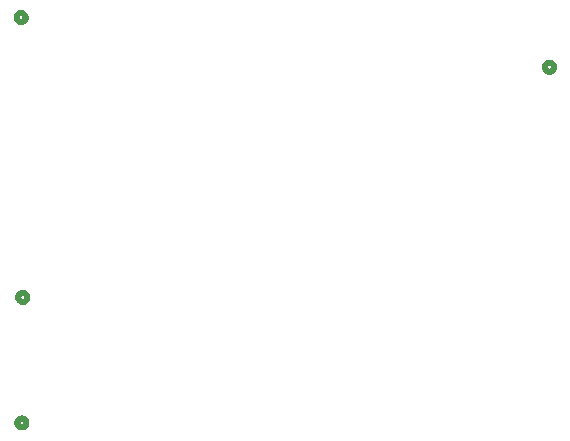
<source format=gbr>
G04 EAGLE Gerber RS-274X export*
G75*
%MOMM*%
%FSLAX34Y34*%
%LPD*%
%INSilkscreen Bottom*%
%IPPOS*%
%AMOC8*
5,1,8,0,0,1.08239X$1,22.5*%
G01*
%ADD10C,0.508000*%


D10*
X106110Y306482D02*
X105988Y306480D01*
X105866Y306474D01*
X105744Y306464D01*
X105623Y306451D01*
X105502Y306433D01*
X105382Y306412D01*
X105262Y306386D01*
X105144Y306357D01*
X105026Y306325D01*
X104909Y306288D01*
X104794Y306248D01*
X104680Y306204D01*
X104568Y306156D01*
X104457Y306105D01*
X104348Y306050D01*
X104240Y305992D01*
X104135Y305930D01*
X104032Y305865D01*
X103930Y305797D01*
X103831Y305725D01*
X103735Y305651D01*
X103640Y305573D01*
X103549Y305492D01*
X103459Y305409D01*
X103373Y305323D01*
X103290Y305233D01*
X103209Y305142D01*
X103131Y305047D01*
X103057Y304951D01*
X102985Y304852D01*
X102917Y304750D01*
X102852Y304647D01*
X102790Y304542D01*
X102732Y304434D01*
X102677Y304325D01*
X102626Y304214D01*
X102578Y304102D01*
X102534Y303988D01*
X102494Y303873D01*
X102457Y303756D01*
X102425Y303638D01*
X102396Y303520D01*
X102370Y303400D01*
X102349Y303280D01*
X102331Y303159D01*
X102318Y303038D01*
X102308Y302916D01*
X102302Y302794D01*
X102300Y302672D01*
X102302Y302550D01*
X102308Y302428D01*
X102318Y302306D01*
X102331Y302185D01*
X102349Y302064D01*
X102370Y301944D01*
X102396Y301824D01*
X102425Y301706D01*
X102457Y301588D01*
X102494Y301471D01*
X102534Y301356D01*
X102578Y301242D01*
X102626Y301130D01*
X102677Y301019D01*
X102732Y300910D01*
X102790Y300802D01*
X102852Y300697D01*
X102917Y300594D01*
X102985Y300492D01*
X103057Y300393D01*
X103131Y300297D01*
X103209Y300202D01*
X103290Y300111D01*
X103373Y300021D01*
X103459Y299935D01*
X103549Y299852D01*
X103640Y299771D01*
X103735Y299693D01*
X103831Y299619D01*
X103930Y299547D01*
X104032Y299479D01*
X104135Y299414D01*
X104240Y299352D01*
X104348Y299294D01*
X104457Y299239D01*
X104568Y299188D01*
X104680Y299140D01*
X104794Y299096D01*
X104909Y299056D01*
X105026Y299019D01*
X105144Y298987D01*
X105262Y298958D01*
X105382Y298932D01*
X105502Y298911D01*
X105623Y298893D01*
X105744Y298880D01*
X105866Y298870D01*
X105988Y298864D01*
X106110Y298862D01*
X106232Y298864D01*
X106354Y298870D01*
X106476Y298880D01*
X106597Y298893D01*
X106718Y298911D01*
X106838Y298932D01*
X106958Y298958D01*
X107076Y298987D01*
X107194Y299019D01*
X107311Y299056D01*
X107426Y299096D01*
X107540Y299140D01*
X107652Y299188D01*
X107763Y299239D01*
X107872Y299294D01*
X107980Y299352D01*
X108085Y299414D01*
X108188Y299479D01*
X108290Y299547D01*
X108389Y299619D01*
X108485Y299693D01*
X108580Y299771D01*
X108671Y299852D01*
X108761Y299935D01*
X108847Y300021D01*
X108930Y300111D01*
X109011Y300202D01*
X109089Y300297D01*
X109163Y300393D01*
X109235Y300492D01*
X109303Y300594D01*
X109368Y300697D01*
X109430Y300802D01*
X109488Y300910D01*
X109543Y301019D01*
X109594Y301130D01*
X109642Y301242D01*
X109686Y301356D01*
X109726Y301471D01*
X109763Y301588D01*
X109795Y301706D01*
X109824Y301824D01*
X109850Y301944D01*
X109871Y302064D01*
X109889Y302185D01*
X109902Y302306D01*
X109912Y302428D01*
X109918Y302550D01*
X109920Y302672D01*
X109918Y302794D01*
X109912Y302916D01*
X109902Y303038D01*
X109889Y303159D01*
X109871Y303280D01*
X109850Y303400D01*
X109824Y303520D01*
X109795Y303638D01*
X109763Y303756D01*
X109726Y303873D01*
X109686Y303988D01*
X109642Y304102D01*
X109594Y304214D01*
X109543Y304325D01*
X109488Y304434D01*
X109430Y304542D01*
X109368Y304647D01*
X109303Y304750D01*
X109235Y304852D01*
X109163Y304951D01*
X109089Y305047D01*
X109011Y305142D01*
X108930Y305233D01*
X108847Y305323D01*
X108761Y305409D01*
X108671Y305492D01*
X108580Y305573D01*
X108485Y305651D01*
X108389Y305725D01*
X108290Y305797D01*
X108188Y305865D01*
X108085Y305930D01*
X107980Y305992D01*
X107872Y306050D01*
X107763Y306105D01*
X107652Y306156D01*
X107540Y306204D01*
X107426Y306248D01*
X107311Y306288D01*
X107194Y306325D01*
X107076Y306357D01*
X106958Y306386D01*
X106838Y306412D01*
X106718Y306433D01*
X106597Y306451D01*
X106476Y306464D01*
X106354Y306474D01*
X106232Y306480D01*
X106110Y306482D01*
X105430Y200172D02*
X105308Y200170D01*
X105186Y200164D01*
X105064Y200154D01*
X104943Y200141D01*
X104822Y200123D01*
X104702Y200102D01*
X104582Y200076D01*
X104464Y200047D01*
X104346Y200015D01*
X104229Y199978D01*
X104114Y199938D01*
X104000Y199894D01*
X103888Y199846D01*
X103777Y199795D01*
X103668Y199740D01*
X103560Y199682D01*
X103455Y199620D01*
X103352Y199555D01*
X103250Y199487D01*
X103151Y199415D01*
X103055Y199341D01*
X102960Y199263D01*
X102869Y199182D01*
X102779Y199099D01*
X102693Y199013D01*
X102610Y198923D01*
X102529Y198832D01*
X102451Y198737D01*
X102377Y198641D01*
X102305Y198542D01*
X102237Y198440D01*
X102172Y198337D01*
X102110Y198232D01*
X102052Y198124D01*
X101997Y198015D01*
X101946Y197904D01*
X101898Y197792D01*
X101854Y197678D01*
X101814Y197563D01*
X101777Y197446D01*
X101745Y197328D01*
X101716Y197210D01*
X101690Y197090D01*
X101669Y196970D01*
X101651Y196849D01*
X101638Y196728D01*
X101628Y196606D01*
X101622Y196484D01*
X101620Y196362D01*
X101622Y196240D01*
X101628Y196118D01*
X101638Y195996D01*
X101651Y195875D01*
X101669Y195754D01*
X101690Y195634D01*
X101716Y195514D01*
X101745Y195396D01*
X101777Y195278D01*
X101814Y195161D01*
X101854Y195046D01*
X101898Y194932D01*
X101946Y194820D01*
X101997Y194709D01*
X102052Y194600D01*
X102110Y194492D01*
X102172Y194387D01*
X102237Y194284D01*
X102305Y194182D01*
X102377Y194083D01*
X102451Y193987D01*
X102529Y193892D01*
X102610Y193801D01*
X102693Y193711D01*
X102779Y193625D01*
X102869Y193542D01*
X102960Y193461D01*
X103055Y193383D01*
X103151Y193309D01*
X103250Y193237D01*
X103352Y193169D01*
X103455Y193104D01*
X103560Y193042D01*
X103668Y192984D01*
X103777Y192929D01*
X103888Y192878D01*
X104000Y192830D01*
X104114Y192786D01*
X104229Y192746D01*
X104346Y192709D01*
X104464Y192677D01*
X104582Y192648D01*
X104702Y192622D01*
X104822Y192601D01*
X104943Y192583D01*
X105064Y192570D01*
X105186Y192560D01*
X105308Y192554D01*
X105430Y192552D01*
X105552Y192554D01*
X105674Y192560D01*
X105796Y192570D01*
X105917Y192583D01*
X106038Y192601D01*
X106158Y192622D01*
X106278Y192648D01*
X106396Y192677D01*
X106514Y192709D01*
X106631Y192746D01*
X106746Y192786D01*
X106860Y192830D01*
X106972Y192878D01*
X107083Y192929D01*
X107192Y192984D01*
X107300Y193042D01*
X107405Y193104D01*
X107508Y193169D01*
X107610Y193237D01*
X107709Y193309D01*
X107805Y193383D01*
X107900Y193461D01*
X107991Y193542D01*
X108081Y193625D01*
X108167Y193711D01*
X108250Y193801D01*
X108331Y193892D01*
X108409Y193987D01*
X108483Y194083D01*
X108555Y194182D01*
X108623Y194284D01*
X108688Y194387D01*
X108750Y194492D01*
X108808Y194600D01*
X108863Y194709D01*
X108914Y194820D01*
X108962Y194932D01*
X109006Y195046D01*
X109046Y195161D01*
X109083Y195278D01*
X109115Y195396D01*
X109144Y195514D01*
X109170Y195634D01*
X109191Y195754D01*
X109209Y195875D01*
X109222Y195996D01*
X109232Y196118D01*
X109238Y196240D01*
X109240Y196362D01*
X109238Y196484D01*
X109232Y196606D01*
X109222Y196728D01*
X109209Y196849D01*
X109191Y196970D01*
X109170Y197090D01*
X109144Y197210D01*
X109115Y197328D01*
X109083Y197446D01*
X109046Y197563D01*
X109006Y197678D01*
X108962Y197792D01*
X108914Y197904D01*
X108863Y198015D01*
X108808Y198124D01*
X108750Y198232D01*
X108688Y198337D01*
X108623Y198440D01*
X108555Y198542D01*
X108483Y198641D01*
X108409Y198737D01*
X108331Y198832D01*
X108250Y198923D01*
X108167Y199013D01*
X108081Y199099D01*
X107991Y199182D01*
X107900Y199263D01*
X107805Y199341D01*
X107709Y199415D01*
X107610Y199487D01*
X107508Y199555D01*
X107405Y199620D01*
X107300Y199682D01*
X107192Y199740D01*
X107083Y199795D01*
X106972Y199846D01*
X106860Y199894D01*
X106746Y199938D01*
X106631Y199978D01*
X106514Y200015D01*
X106396Y200047D01*
X106278Y200076D01*
X106158Y200102D01*
X106038Y200123D01*
X105917Y200141D01*
X105796Y200154D01*
X105674Y200164D01*
X105552Y200170D01*
X105430Y200172D01*
X104710Y535732D02*
X104588Y535734D01*
X104466Y535740D01*
X104344Y535750D01*
X104223Y535763D01*
X104102Y535781D01*
X103982Y535802D01*
X103862Y535828D01*
X103744Y535857D01*
X103626Y535889D01*
X103509Y535926D01*
X103394Y535966D01*
X103280Y536010D01*
X103168Y536058D01*
X103057Y536109D01*
X102948Y536164D01*
X102840Y536222D01*
X102735Y536284D01*
X102632Y536349D01*
X102530Y536417D01*
X102431Y536489D01*
X102335Y536563D01*
X102240Y536641D01*
X102149Y536722D01*
X102059Y536805D01*
X101973Y536891D01*
X101890Y536981D01*
X101809Y537072D01*
X101731Y537167D01*
X101657Y537263D01*
X101585Y537362D01*
X101517Y537464D01*
X101452Y537567D01*
X101390Y537672D01*
X101332Y537780D01*
X101277Y537889D01*
X101226Y538000D01*
X101178Y538112D01*
X101134Y538226D01*
X101094Y538341D01*
X101057Y538458D01*
X101025Y538576D01*
X100996Y538694D01*
X100970Y538814D01*
X100949Y538934D01*
X100931Y539055D01*
X100918Y539176D01*
X100908Y539298D01*
X100902Y539420D01*
X100900Y539542D01*
X100902Y539664D01*
X100908Y539786D01*
X100918Y539908D01*
X100931Y540029D01*
X100949Y540150D01*
X100970Y540270D01*
X100996Y540390D01*
X101025Y540508D01*
X101057Y540626D01*
X101094Y540743D01*
X101134Y540858D01*
X101178Y540972D01*
X101226Y541084D01*
X101277Y541195D01*
X101332Y541304D01*
X101390Y541412D01*
X101452Y541517D01*
X101517Y541620D01*
X101585Y541722D01*
X101657Y541821D01*
X101731Y541917D01*
X101809Y542012D01*
X101890Y542103D01*
X101973Y542193D01*
X102059Y542279D01*
X102149Y542362D01*
X102240Y542443D01*
X102335Y542521D01*
X102431Y542595D01*
X102530Y542667D01*
X102632Y542735D01*
X102735Y542800D01*
X102840Y542862D01*
X102948Y542920D01*
X103057Y542975D01*
X103168Y543026D01*
X103280Y543074D01*
X103394Y543118D01*
X103509Y543158D01*
X103626Y543195D01*
X103744Y543227D01*
X103862Y543256D01*
X103982Y543282D01*
X104102Y543303D01*
X104223Y543321D01*
X104344Y543334D01*
X104466Y543344D01*
X104588Y543350D01*
X104710Y543352D01*
X104832Y543350D01*
X104954Y543344D01*
X105076Y543334D01*
X105197Y543321D01*
X105318Y543303D01*
X105438Y543282D01*
X105558Y543256D01*
X105676Y543227D01*
X105794Y543195D01*
X105911Y543158D01*
X106026Y543118D01*
X106140Y543074D01*
X106252Y543026D01*
X106363Y542975D01*
X106472Y542920D01*
X106580Y542862D01*
X106685Y542800D01*
X106788Y542735D01*
X106890Y542667D01*
X106989Y542595D01*
X107085Y542521D01*
X107180Y542443D01*
X107271Y542362D01*
X107361Y542279D01*
X107447Y542193D01*
X107530Y542103D01*
X107611Y542012D01*
X107689Y541917D01*
X107763Y541821D01*
X107835Y541722D01*
X107903Y541620D01*
X107968Y541517D01*
X108030Y541412D01*
X108088Y541304D01*
X108143Y541195D01*
X108194Y541084D01*
X108242Y540972D01*
X108286Y540858D01*
X108326Y540743D01*
X108363Y540626D01*
X108395Y540508D01*
X108424Y540390D01*
X108450Y540270D01*
X108471Y540150D01*
X108489Y540029D01*
X108502Y539908D01*
X108512Y539786D01*
X108518Y539664D01*
X108520Y539542D01*
X108518Y539420D01*
X108512Y539298D01*
X108502Y539176D01*
X108489Y539055D01*
X108471Y538934D01*
X108450Y538814D01*
X108424Y538694D01*
X108395Y538576D01*
X108363Y538458D01*
X108326Y538341D01*
X108286Y538226D01*
X108242Y538112D01*
X108194Y538000D01*
X108143Y537889D01*
X108088Y537780D01*
X108030Y537672D01*
X107968Y537567D01*
X107903Y537464D01*
X107835Y537362D01*
X107763Y537263D01*
X107689Y537167D01*
X107611Y537072D01*
X107530Y536981D01*
X107447Y536891D01*
X107361Y536805D01*
X107271Y536722D01*
X107180Y536641D01*
X107085Y536563D01*
X106989Y536489D01*
X106890Y536417D01*
X106788Y536349D01*
X106685Y536284D01*
X106580Y536222D01*
X106472Y536164D01*
X106363Y536109D01*
X106252Y536058D01*
X106140Y536010D01*
X106026Y535966D01*
X105911Y535926D01*
X105794Y535889D01*
X105676Y535857D01*
X105558Y535828D01*
X105438Y535802D01*
X105318Y535781D01*
X105197Y535763D01*
X105076Y535750D01*
X104954Y535740D01*
X104832Y535734D01*
X104710Y535732D01*
X548260Y497490D02*
X548262Y497612D01*
X548268Y497734D01*
X548278Y497856D01*
X548291Y497977D01*
X548309Y498098D01*
X548330Y498218D01*
X548356Y498338D01*
X548385Y498456D01*
X548417Y498574D01*
X548454Y498691D01*
X548494Y498806D01*
X548538Y498920D01*
X548586Y499032D01*
X548637Y499143D01*
X548692Y499252D01*
X548750Y499360D01*
X548812Y499465D01*
X548877Y499568D01*
X548945Y499670D01*
X549017Y499769D01*
X549091Y499865D01*
X549169Y499960D01*
X549250Y500051D01*
X549333Y500141D01*
X549419Y500227D01*
X549509Y500310D01*
X549600Y500391D01*
X549695Y500469D01*
X549791Y500543D01*
X549890Y500615D01*
X549992Y500683D01*
X550095Y500748D01*
X550200Y500810D01*
X550308Y500868D01*
X550417Y500923D01*
X550528Y500974D01*
X550640Y501022D01*
X550754Y501066D01*
X550869Y501106D01*
X550986Y501143D01*
X551104Y501175D01*
X551222Y501204D01*
X551342Y501230D01*
X551462Y501251D01*
X551583Y501269D01*
X551704Y501282D01*
X551826Y501292D01*
X551948Y501298D01*
X552070Y501300D01*
X552192Y501298D01*
X552314Y501292D01*
X552436Y501282D01*
X552557Y501269D01*
X552678Y501251D01*
X552798Y501230D01*
X552918Y501204D01*
X553036Y501175D01*
X553154Y501143D01*
X553271Y501106D01*
X553386Y501066D01*
X553500Y501022D01*
X553612Y500974D01*
X553723Y500923D01*
X553832Y500868D01*
X553940Y500810D01*
X554045Y500748D01*
X554148Y500683D01*
X554250Y500615D01*
X554349Y500543D01*
X554445Y500469D01*
X554540Y500391D01*
X554631Y500310D01*
X554721Y500227D01*
X554807Y500141D01*
X554890Y500051D01*
X554971Y499960D01*
X555049Y499865D01*
X555123Y499769D01*
X555195Y499670D01*
X555263Y499568D01*
X555328Y499465D01*
X555390Y499360D01*
X555448Y499252D01*
X555503Y499143D01*
X555554Y499032D01*
X555602Y498920D01*
X555646Y498806D01*
X555686Y498691D01*
X555723Y498574D01*
X555755Y498456D01*
X555784Y498338D01*
X555810Y498218D01*
X555831Y498098D01*
X555849Y497977D01*
X555862Y497856D01*
X555872Y497734D01*
X555878Y497612D01*
X555880Y497490D01*
X555878Y497368D01*
X555872Y497246D01*
X555862Y497124D01*
X555849Y497003D01*
X555831Y496882D01*
X555810Y496762D01*
X555784Y496642D01*
X555755Y496524D01*
X555723Y496406D01*
X555686Y496289D01*
X555646Y496174D01*
X555602Y496060D01*
X555554Y495948D01*
X555503Y495837D01*
X555448Y495728D01*
X555390Y495620D01*
X555328Y495515D01*
X555263Y495412D01*
X555195Y495310D01*
X555123Y495211D01*
X555049Y495115D01*
X554971Y495020D01*
X554890Y494929D01*
X554807Y494839D01*
X554721Y494753D01*
X554631Y494670D01*
X554540Y494589D01*
X554445Y494511D01*
X554349Y494437D01*
X554250Y494365D01*
X554148Y494297D01*
X554045Y494232D01*
X553940Y494170D01*
X553832Y494112D01*
X553723Y494057D01*
X553612Y494006D01*
X553500Y493958D01*
X553386Y493914D01*
X553271Y493874D01*
X553154Y493837D01*
X553036Y493805D01*
X552918Y493776D01*
X552798Y493750D01*
X552678Y493729D01*
X552557Y493711D01*
X552436Y493698D01*
X552314Y493688D01*
X552192Y493682D01*
X552070Y493680D01*
X551948Y493682D01*
X551826Y493688D01*
X551704Y493698D01*
X551583Y493711D01*
X551462Y493729D01*
X551342Y493750D01*
X551222Y493776D01*
X551104Y493805D01*
X550986Y493837D01*
X550869Y493874D01*
X550754Y493914D01*
X550640Y493958D01*
X550528Y494006D01*
X550417Y494057D01*
X550308Y494112D01*
X550200Y494170D01*
X550095Y494232D01*
X549992Y494297D01*
X549890Y494365D01*
X549791Y494437D01*
X549695Y494511D01*
X549600Y494589D01*
X549509Y494670D01*
X549419Y494753D01*
X549333Y494839D01*
X549250Y494929D01*
X549169Y495020D01*
X549091Y495115D01*
X549017Y495211D01*
X548945Y495310D01*
X548877Y495412D01*
X548812Y495515D01*
X548750Y495620D01*
X548692Y495728D01*
X548637Y495837D01*
X548586Y495948D01*
X548538Y496060D01*
X548494Y496174D01*
X548454Y496289D01*
X548417Y496406D01*
X548385Y496524D01*
X548356Y496642D01*
X548330Y496762D01*
X548309Y496882D01*
X548291Y497003D01*
X548278Y497124D01*
X548268Y497246D01*
X548262Y497368D01*
X548260Y497490D01*
X548262Y497612D01*
X548268Y497734D01*
X548278Y497856D01*
X548291Y497977D01*
X548309Y498098D01*
X548330Y498218D01*
X548356Y498338D01*
X548385Y498456D01*
X548417Y498574D01*
X548454Y498691D01*
X548494Y498806D01*
X548538Y498920D01*
X548586Y499032D01*
X548637Y499143D01*
X548692Y499252D01*
X548750Y499360D01*
X548812Y499465D01*
X548877Y499568D01*
X548945Y499670D01*
X549017Y499769D01*
X549091Y499865D01*
X549169Y499960D01*
X549250Y500051D01*
X549333Y500141D01*
X549419Y500227D01*
X549509Y500310D01*
X549600Y500391D01*
X549695Y500469D01*
X549791Y500543D01*
X549890Y500615D01*
X549992Y500683D01*
X550095Y500748D01*
X550200Y500810D01*
X550308Y500868D01*
X550417Y500923D01*
X550528Y500974D01*
X550640Y501022D01*
X550754Y501066D01*
X550869Y501106D01*
X550986Y501143D01*
X551104Y501175D01*
X551222Y501204D01*
X551342Y501230D01*
X551462Y501251D01*
X551583Y501269D01*
X551704Y501282D01*
X551826Y501292D01*
X551948Y501298D01*
X552070Y501300D01*
X552192Y501298D01*
X552314Y501292D01*
X552436Y501282D01*
X552557Y501269D01*
X552678Y501251D01*
X552798Y501230D01*
X552918Y501204D01*
X553036Y501175D01*
X553154Y501143D01*
X553271Y501106D01*
X553386Y501066D01*
X553500Y501022D01*
X553612Y500974D01*
X553723Y500923D01*
X553832Y500868D01*
X553940Y500810D01*
X554045Y500748D01*
X554148Y500683D01*
X554250Y500615D01*
X554349Y500543D01*
X554445Y500469D01*
X554540Y500391D01*
X554631Y500310D01*
X554721Y500227D01*
X554807Y500141D01*
X554890Y500051D01*
X554971Y499960D01*
X555049Y499865D01*
X555123Y499769D01*
X555195Y499670D01*
X555263Y499568D01*
X555328Y499465D01*
X555390Y499360D01*
X555448Y499252D01*
X555503Y499143D01*
X555554Y499032D01*
X555602Y498920D01*
X555646Y498806D01*
X555686Y498691D01*
X555723Y498574D01*
X555755Y498456D01*
X555784Y498338D01*
X555810Y498218D01*
X555831Y498098D01*
X555849Y497977D01*
X555862Y497856D01*
X555872Y497734D01*
X555878Y497612D01*
X555880Y497490D01*
X555878Y497368D01*
X555872Y497246D01*
X555862Y497124D01*
X555849Y497003D01*
X555831Y496882D01*
X555810Y496762D01*
X555784Y496642D01*
X555755Y496524D01*
X555723Y496406D01*
X555686Y496289D01*
X555646Y496174D01*
X555602Y496060D01*
X555554Y495948D01*
X555503Y495837D01*
X555448Y495728D01*
X555390Y495620D01*
X555328Y495515D01*
X555263Y495412D01*
X555195Y495310D01*
X555123Y495211D01*
X555049Y495115D01*
X554971Y495020D01*
X554890Y494929D01*
X554807Y494839D01*
X554721Y494753D01*
X554631Y494670D01*
X554540Y494589D01*
X554445Y494511D01*
X554349Y494437D01*
X554250Y494365D01*
X554148Y494297D01*
X554045Y494232D01*
X553940Y494170D01*
X553832Y494112D01*
X553723Y494057D01*
X553612Y494006D01*
X553500Y493958D01*
X553386Y493914D01*
X553271Y493874D01*
X553154Y493837D01*
X553036Y493805D01*
X552918Y493776D01*
X552798Y493750D01*
X552678Y493729D01*
X552557Y493711D01*
X552436Y493698D01*
X552314Y493688D01*
X552192Y493682D01*
X552070Y493680D01*
X551948Y493682D01*
X551826Y493688D01*
X551704Y493698D01*
X551583Y493711D01*
X551462Y493729D01*
X551342Y493750D01*
X551222Y493776D01*
X551104Y493805D01*
X550986Y493837D01*
X550869Y493874D01*
X550754Y493914D01*
X550640Y493958D01*
X550528Y494006D01*
X550417Y494057D01*
X550308Y494112D01*
X550200Y494170D01*
X550095Y494232D01*
X549992Y494297D01*
X549890Y494365D01*
X549791Y494437D01*
X549695Y494511D01*
X549600Y494589D01*
X549509Y494670D01*
X549419Y494753D01*
X549333Y494839D01*
X549250Y494929D01*
X549169Y495020D01*
X549091Y495115D01*
X549017Y495211D01*
X548945Y495310D01*
X548877Y495412D01*
X548812Y495515D01*
X548750Y495620D01*
X548692Y495728D01*
X548637Y495837D01*
X548586Y495948D01*
X548538Y496060D01*
X548494Y496174D01*
X548454Y496289D01*
X548417Y496406D01*
X548385Y496524D01*
X548356Y496642D01*
X548330Y496762D01*
X548309Y496882D01*
X548291Y497003D01*
X548278Y497124D01*
X548268Y497246D01*
X548262Y497368D01*
X548260Y497490D01*
M02*

</source>
